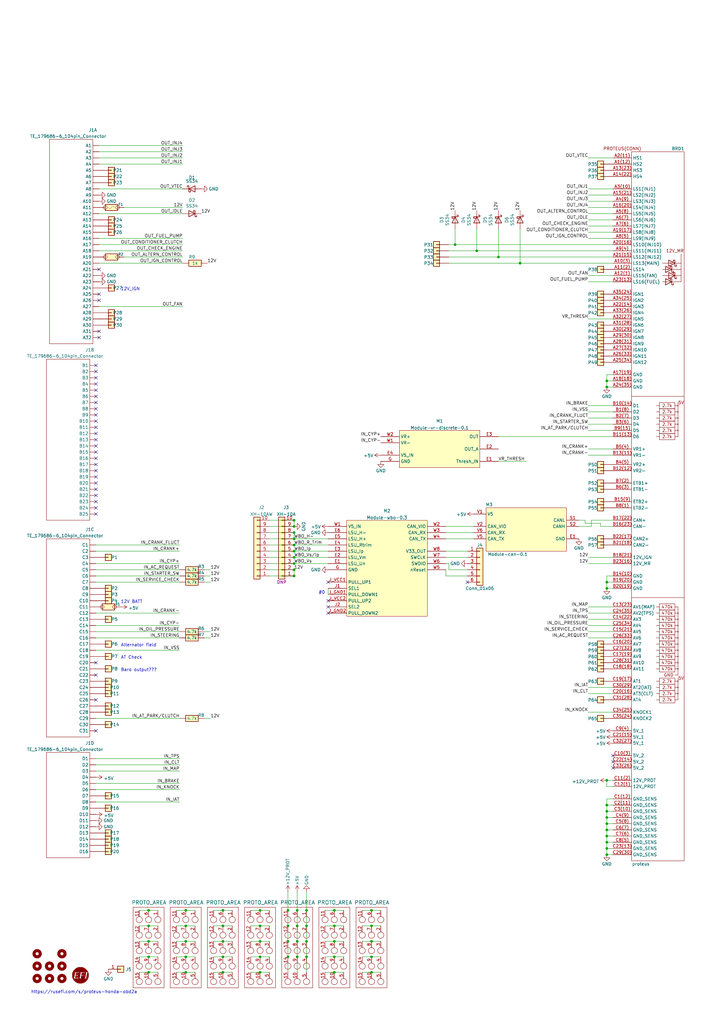
<source format=kicad_sch>
(kicad_sch (version 20210621) (generator eeschema)
  (paper "A3" portrait)
  (title_block (title "proteusOBD2Ahonda") (date "2021-10-01") (rev "a") (company "rusEFI"))
  (junction (at 60.96 373.38))
  (junction (at 60.96 379.73))
  (junction (at 60.96 386.08))
  (junction (at 60.96 392.43))
  (junction (at 60.96 398.78))
  (junction (at 76.2 373.38))
  (junction (at 76.2 379.73))
  (junction (at 76.2 386.08))
  (junction (at 76.2 392.43))
  (junction (at 76.2 398.78))
  (junction (at 91.44 373.38))
  (junction (at 91.44 379.73))
  (junction (at 91.44 386.08))
  (junction (at 91.44 392.43))
  (junction (at 91.44 398.78))
  (junction (at 106.68 373.38))
  (junction (at 106.68 379.73))
  (junction (at 106.68 386.08))
  (junction (at 106.68 392.43))
  (junction (at 106.68 398.78))
  (junction (at 118.11 373.38))
  (junction (at 118.11 379.73))
  (junction (at 118.11 386.08))
  (junction (at 118.11 392.43))
  (junction (at 120.65 213.36))
  (junction (at 120.65 215.9))
  (junction (at 120.65 218.44))
  (junction (at 120.65 220.98))
  (junction (at 120.65 223.52))
  (junction (at 120.65 226.06))
  (junction (at 120.65 228.6))
  (junction (at 120.65 231.14))
  (junction (at 120.65 233.68))
  (junction (at 120.65 236.22))
  (junction (at 121.92 373.38))
  (junction (at 121.92 379.73))
  (junction (at 121.92 386.08))
  (junction (at 121.92 392.43))
  (junction (at 125.73 373.38))
  (junction (at 125.73 379.73))
  (junction (at 125.73 386.08))
  (junction (at 125.73 392.43))
  (junction (at 137.16 373.38))
  (junction (at 137.16 379.73))
  (junction (at 137.16 386.08))
  (junction (at 137.16 392.43))
  (junction (at 137.16 398.78))
  (junction (at 152.4 373.38))
  (junction (at 152.4 379.73))
  (junction (at 152.4 386.08))
  (junction (at 152.4 392.43))
  (junction (at 152.4 398.78))
  (junction (at 186.69 100.33))
  (junction (at 195.58 102.87))
  (junction (at 204.47 105.41))
  (junction (at 213.36 107.95))
  (junction (at 248.92 156.21))
  (junction (at 248.92 158.75))
  (junction (at 248.92 238.76))
  (junction (at 248.92 241.3))
  (junction (at 248.92 320.04))
  (junction (at 248.92 330.2))
  (junction (at 248.92 332.74))
  (junction (at 248.92 335.28))
  (junction (at 248.92 337.82))
  (junction (at 248.92 340.36))
  (junction (at 248.92 342.9))
  (junction (at 248.92 345.44))
  (junction (at 248.92 347.98))
  (junction (at 248.92 350.52))
  (no_connect (at 39.37 149.86))
  (no_connect (at 39.37 152.4))
  (no_connect (at 39.37 154.94))
  (no_connect (at 39.37 157.48))
  (no_connect (at 39.37 160.02))
  (no_connect (at 39.37 162.56))
  (no_connect (at 39.37 165.1))
  (no_connect (at 39.37 167.64))
  (no_connect (at 39.37 170.18))
  (no_connect (at 39.37 172.72))
  (no_connect (at 39.37 175.26))
  (no_connect (at 39.37 177.8))
  (no_connect (at 39.37 180.34))
  (no_connect (at 39.37 182.88))
  (no_connect (at 39.37 185.42))
  (no_connect (at 39.37 187.96))
  (no_connect (at 39.37 190.5))
  (no_connect (at 39.37 193.04))
  (no_connect (at 39.37 195.58))
  (no_connect (at 39.37 198.12))
  (no_connect (at 39.37 200.66))
  (no_connect (at 39.37 203.2))
  (no_connect (at 39.37 205.74))
  (no_connect (at 39.37 208.28))
  (no_connect (at 39.37 210.82))
  (no_connect (at 39.37 271.78))
  (no_connect (at 39.37 276.86))
  (no_connect (at 39.37 287.02))
  (no_connect (at 39.37 299.72))
  (no_connect (at 40.64 110.49))
  (no_connect (at 40.64 120.65))
  (no_connect (at 40.64 123.19))
  (no_connect (at 40.64 135.89))
  (no_connect (at 40.64 138.43))
  (no_connect (at 134.62 238.76))
  (no_connect (at 134.62 246.38))
  (no_connect (at 134.62 248.92))
  (no_connect (at 134.62 251.46))
  (no_connect (at 191.77 238.76))
  (no_connect (at 251.46 309.88))
  (no_connect (at 251.46 312.42))
  (no_connect (at 251.46 314.96))
  (wire (pts (xy 39.37 223.52) (xy 73.66 223.52)))
  (wire (pts (xy 39.37 226.06) (xy 73.66 226.06)))
  (wire (pts (xy 39.37 231.14) (xy 73.66 231.14)))
  (wire (pts (xy 39.37 233.68) (xy 73.66 233.68)))
  (wire (pts (xy 39.37 236.22) (xy 73.66 236.22)))
  (wire (pts (xy 39.37 238.76) (xy 73.66 238.76)))
  (wire (pts (xy 39.37 251.46) (xy 73.66 251.46)))
  (wire (pts (xy 39.37 256.54) (xy 73.66 256.54)))
  (wire (pts (xy 39.37 259.08) (xy 73.66 259.08)))
  (wire (pts (xy 39.37 261.62) (xy 73.66 261.62)))
  (wire (pts (xy 39.37 266.7) (xy 73.66 266.7)))
  (wire (pts (xy 39.37 294.64) (xy 73.66 294.64)))
  (wire (pts (xy 39.37 311.15) (xy 73.66 311.15)))
  (wire (pts (xy 39.37 313.69) (xy 73.66 313.69)))
  (wire (pts (xy 39.37 316.23) (xy 73.66 316.23)))
  (wire (pts (xy 39.37 321.31) (xy 73.66 321.31)))
  (wire (pts (xy 39.37 323.85) (xy 73.66 323.85)))
  (wire (pts (xy 39.37 328.93) (xy 73.66 328.93)))
  (wire (pts (xy 40.64 59.69) (xy 74.93 59.69)))
  (wire (pts (xy 40.64 62.23) (xy 74.93 62.23)))
  (wire (pts (xy 40.64 64.77) (xy 74.93 64.77)))
  (wire (pts (xy 40.64 67.31) (xy 74.93 67.31)))
  (wire (pts (xy 40.64 77.47) (xy 74.93 77.47)))
  (wire (pts (xy 40.64 87.63) (xy 74.93 87.63)))
  (wire (pts (xy 40.64 97.79) (xy 74.93 97.79)))
  (wire (pts (xy 40.64 100.33) (xy 74.93 100.33)))
  (wire (pts (xy 40.64 102.87) (xy 74.93 102.87)))
  (wire (pts (xy 40.64 107.95) (xy 74.93 107.95)))
  (wire (pts (xy 40.64 125.73) (xy 74.93 125.73)))
  (wire (pts (xy 50.8 85.09) (xy 74.93 85.09)))
  (wire (pts (xy 50.8 105.41) (xy 74.93 105.41)))
  (wire (pts (xy 57.15 373.38) (xy 60.96 373.38)))
  (wire (pts (xy 57.15 379.73) (xy 60.96 379.73)))
  (wire (pts (xy 57.15 386.08) (xy 60.96 386.08)))
  (wire (pts (xy 57.15 392.43) (xy 60.96 392.43)))
  (wire (pts (xy 57.15 398.78) (xy 60.96 398.78)))
  (wire (pts (xy 60.96 373.38) (xy 64.77 373.38)))
  (wire (pts (xy 60.96 379.73) (xy 64.77 379.73)))
  (wire (pts (xy 60.96 386.08) (xy 64.77 386.08)))
  (wire (pts (xy 60.96 392.43) (xy 64.77 392.43)))
  (wire (pts (xy 60.96 398.78) (xy 64.77 398.78)))
  (wire (pts (xy 72.39 373.38) (xy 76.2 373.38)))
  (wire (pts (xy 72.39 379.73) (xy 76.2 379.73)))
  (wire (pts (xy 72.39 386.08) (xy 76.2 386.08)))
  (wire (pts (xy 72.39 392.43) (xy 76.2 392.43)))
  (wire (pts (xy 72.39 398.78) (xy 76.2 398.78)))
  (wire (pts (xy 76.2 373.38) (xy 80.01 373.38)))
  (wire (pts (xy 76.2 379.73) (xy 80.01 379.73)))
  (wire (pts (xy 76.2 386.08) (xy 80.01 386.08)))
  (wire (pts (xy 76.2 392.43) (xy 80.01 392.43)))
  (wire (pts (xy 76.2 398.78) (xy 80.01 398.78)))
  (wire (pts (xy 86.36 233.68) (xy 83.82 233.68)))
  (wire (pts (xy 86.36 236.22) (xy 83.82 236.22)))
  (wire (pts (xy 86.36 238.76) (xy 83.82 238.76)))
  (wire (pts (xy 86.36 259.08) (xy 83.82 259.08)))
  (wire (pts (xy 86.36 261.62) (xy 83.82 261.62)))
  (wire (pts (xy 86.36 294.64) (xy 83.82 294.64)))
  (wire (pts (xy 87.63 373.38) (xy 91.44 373.38)))
  (wire (pts (xy 87.63 379.73) (xy 91.44 379.73)))
  (wire (pts (xy 87.63 386.08) (xy 91.44 386.08)))
  (wire (pts (xy 87.63 392.43) (xy 91.44 392.43)))
  (wire (pts (xy 87.63 398.78) (xy 91.44 398.78)))
  (wire (pts (xy 91.44 373.38) (xy 95.25 373.38)))
  (wire (pts (xy 91.44 379.73) (xy 95.25 379.73)))
  (wire (pts (xy 91.44 386.08) (xy 95.25 386.08)))
  (wire (pts (xy 91.44 392.43) (xy 95.25 392.43)))
  (wire (pts (xy 91.44 398.78) (xy 95.25 398.78)))
  (wire (pts (xy 102.87 373.38) (xy 106.68 373.38)))
  (wire (pts (xy 102.87 379.73) (xy 106.68 379.73)))
  (wire (pts (xy 102.87 386.08) (xy 106.68 386.08)))
  (wire (pts (xy 102.87 392.43) (xy 106.68 392.43)))
  (wire (pts (xy 102.87 398.78) (xy 106.68 398.78)))
  (wire (pts (xy 106.68 373.38) (xy 110.49 373.38)))
  (wire (pts (xy 106.68 379.73) (xy 110.49 379.73)))
  (wire (pts (xy 106.68 386.08) (xy 110.49 386.08)))
  (wire (pts (xy 106.68 392.43) (xy 110.49 392.43)))
  (wire (pts (xy 106.68 398.78) (xy 110.49 398.78)))
  (wire (pts (xy 110.49 213.36) (xy 120.65 213.36)))
  (wire (pts (xy 110.49 215.9) (xy 120.65 215.9)))
  (wire (pts (xy 110.49 218.44) (xy 120.65 218.44)))
  (wire (pts (xy 110.49 220.98) (xy 120.65 220.98)))
  (wire (pts (xy 110.49 223.52) (xy 120.65 223.52)))
  (wire (pts (xy 110.49 226.06) (xy 120.65 226.06)))
  (wire (pts (xy 110.49 228.6) (xy 120.65 228.6)))
  (wire (pts (xy 110.49 231.14) (xy 120.65 231.14)))
  (wire (pts (xy 110.49 233.68) (xy 120.65 233.68)))
  (wire (pts (xy 110.49 236.22) (xy 120.65 236.22)))
  (wire (pts (xy 118.11 365.76) (xy 118.11 373.38)))
  (wire (pts (xy 118.11 373.38) (xy 118.11 379.73)))
  (wire (pts (xy 118.11 379.73) (xy 118.11 386.08)))
  (wire (pts (xy 118.11 386.08) (xy 118.11 392.43)))
  (wire (pts (xy 118.11 392.43) (xy 118.11 398.78)))
  (wire (pts (xy 120.65 213.36) (xy 120.65 215.9)))
  (wire (pts (xy 120.65 218.44) (xy 120.65 220.98)))
  (wire (pts (xy 120.65 220.98) (xy 134.62 220.98)))
  (wire (pts (xy 120.65 223.52) (xy 134.62 223.52)))
  (wire (pts (xy 120.65 226.06) (xy 134.62 226.06)))
  (wire (pts (xy 120.65 228.6) (xy 134.62 228.6)))
  (wire (pts (xy 120.65 231.14) (xy 134.62 231.14)))
  (wire (pts (xy 120.65 233.68) (xy 120.65 236.22)))
  (wire (pts (xy 121.92 365.76) (xy 121.92 373.38)))
  (wire (pts (xy 121.92 373.38) (xy 121.92 379.73)))
  (wire (pts (xy 121.92 379.73) (xy 121.92 386.08)))
  (wire (pts (xy 121.92 386.08) (xy 121.92 392.43)))
  (wire (pts (xy 121.92 392.43) (xy 121.92 398.78)))
  (wire (pts (xy 125.73 365.76) (xy 125.73 373.38)))
  (wire (pts (xy 125.73 373.38) (xy 125.73 379.73)))
  (wire (pts (xy 125.73 379.73) (xy 125.73 386.08)))
  (wire (pts (xy 125.73 386.08) (xy 125.73 392.43)))
  (wire (pts (xy 125.73 392.43) (xy 125.73 398.78)))
  (wire (pts (xy 133.35 373.38) (xy 137.16 373.38)))
  (wire (pts (xy 133.35 379.73) (xy 137.16 379.73)))
  (wire (pts (xy 133.35 386.08) (xy 137.16 386.08)))
  (wire (pts (xy 133.35 392.43) (xy 137.16 392.43)))
  (wire (pts (xy 133.35 398.78) (xy 137.16 398.78)))
  (wire (pts (xy 134.62 241.3) (xy 134.62 243.84)))
  (wire (pts (xy 137.16 373.38) (xy 140.97 373.38)))
  (wire (pts (xy 137.16 379.73) (xy 140.97 379.73)))
  (wire (pts (xy 137.16 386.08) (xy 140.97 386.08)))
  (wire (pts (xy 137.16 392.43) (xy 140.97 392.43)))
  (wire (pts (xy 137.16 398.78) (xy 140.97 398.78)))
  (wire (pts (xy 148.59 373.38) (xy 152.4 373.38)))
  (wire (pts (xy 148.59 379.73) (xy 152.4 379.73)))
  (wire (pts (xy 148.59 386.08) (xy 152.4 386.08)))
  (wire (pts (xy 148.59 392.43) (xy 152.4 392.43)))
  (wire (pts (xy 148.59 398.78) (xy 152.4 398.78)))
  (wire (pts (xy 152.4 373.38) (xy 156.21 373.38)))
  (wire (pts (xy 152.4 379.73) (xy 156.21 379.73)))
  (wire (pts (xy 152.4 386.08) (xy 156.21 386.08)))
  (wire (pts (xy 152.4 392.43) (xy 156.21 392.43)))
  (wire (pts (xy 152.4 398.78) (xy 156.21 398.78)))
  (wire (pts (xy 182.88 215.9) (xy 194.31 215.9)))
  (wire (pts (xy 182.88 218.44) (xy 194.31 218.44)))
  (wire (pts (xy 182.88 220.98) (xy 194.31 220.98)))
  (wire (pts (xy 182.88 226.06) (xy 191.77 226.06)))
  (wire (pts (xy 182.88 228.6) (xy 191.77 228.6)))
  (wire (pts (xy 182.88 231.14) (xy 184.15 231.14)))
  (wire (pts (xy 182.88 233.68) (xy 182.88 236.22)))
  (wire (pts (xy 182.88 236.22) (xy 191.77 236.22)))
  (wire (pts (xy 184.15 100.33) (xy 186.69 100.33)))
  (wire (pts (xy 184.15 102.87) (xy 195.58 102.87)))
  (wire (pts (xy 184.15 105.41) (xy 204.47 105.41)))
  (wire (pts (xy 184.15 107.95) (xy 213.36 107.95)))
  (wire (pts (xy 184.15 231.14) (xy 184.15 233.68)))
  (wire (pts (xy 184.15 233.68) (xy 191.77 233.68)))
  (wire (pts (xy 186.69 93.98) (xy 186.69 100.33)))
  (wire (pts (xy 186.69 100.33) (xy 251.46 100.33)))
  (wire (pts (xy 195.58 93.98) (xy 195.58 102.87)))
  (wire (pts (xy 195.58 102.87) (xy 251.46 102.87)))
  (wire (pts (xy 204.47 93.98) (xy 204.47 105.41)))
  (wire (pts (xy 204.47 105.41) (xy 251.46 105.41)))
  (wire (pts (xy 204.47 179.07) (xy 251.46 179.07)))
  (wire (pts (xy 204.47 189.23) (xy 215.9 189.23)))
  (wire (pts (xy 213.36 93.98) (xy 213.36 107.95)))
  (wire (pts (xy 213.36 107.95) (xy 251.46 107.95)))
  (wire (pts (xy 237.49 213.36) (xy 240.03 213.36)))
  (wire (pts (xy 237.49 215.9) (xy 242.57 215.9)))
  (wire (pts (xy 240.03 213.36) (xy 240.03 214.63)))
  (wire (pts (xy 240.03 214.63) (xy 246.38 214.63)))
  (wire (pts (xy 241.3 64.77) (xy 251.46 64.77)))
  (wire (pts (xy 241.3 77.47) (xy 251.46 77.47)))
  (wire (pts (xy 241.3 80.01) (xy 251.46 80.01)))
  (wire (pts (xy 241.3 82.55) (xy 251.46 82.55)))
  (wire (pts (xy 241.3 85.09) (xy 251.46 85.09)))
  (wire (pts (xy 241.3 87.63) (xy 251.46 87.63)))
  (wire (pts (xy 241.3 90.17) (xy 251.46 90.17)))
  (wire (pts (xy 241.3 92.71) (xy 251.46 92.71)))
  (wire (pts (xy 241.3 95.25) (xy 251.46 95.25)))
  (wire (pts (xy 241.3 97.79) (xy 251.46 97.79)))
  (wire (pts (xy 241.3 113.03) (xy 251.46 113.03)))
  (wire (pts (xy 241.3 115.57) (xy 251.46 115.57)))
  (wire (pts (xy 241.3 130.81) (xy 251.46 130.81)))
  (wire (pts (xy 241.3 166.37) (xy 251.46 166.37)))
  (wire (pts (xy 241.3 168.91) (xy 251.46 168.91)))
  (wire (pts (xy 241.3 171.45) (xy 251.46 171.45)))
  (wire (pts (xy 241.3 173.99) (xy 251.46 173.99)))
  (wire (pts (xy 241.3 176.53) (xy 251.46 176.53)))
  (wire (pts (xy 241.3 184.15) (xy 251.46 184.15)))
  (wire (pts (xy 241.3 186.69) (xy 251.46 186.69)))
  (wire (pts (xy 241.3 228.6) (xy 251.46 228.6)))
  (wire (pts (xy 241.3 231.14) (xy 251.46 231.14)))
  (wire (pts (xy 241.3 248.92) (xy 251.46 248.92)))
  (wire (pts (xy 241.3 251.46) (xy 251.46 251.46)))
  (wire (pts (xy 241.3 254) (xy 251.46 254)))
  (wire (pts (xy 241.3 256.54) (xy 251.46 256.54)))
  (wire (pts (xy 241.3 259.08) (xy 251.46 259.08)))
  (wire (pts (xy 241.3 261.62) (xy 251.46 261.62)))
  (wire (pts (xy 241.3 281.94) (xy 251.46 281.94)))
  (wire (pts (xy 241.3 284.48) (xy 251.46 284.48)))
  (wire (pts (xy 241.3 292.1) (xy 251.46 292.1)))
  (wire (pts (xy 242.57 213.36) (xy 251.46 213.36)))
  (wire (pts (xy 242.57 215.9) (xy 242.57 213.36)))
  (wire (pts (xy 246.38 214.63) (xy 246.38 215.9)))
  (wire (pts (xy 246.38 215.9) (xy 251.46 215.9)))
  (wire (pts (xy 248.92 153.67) (xy 248.92 156.21)))
  (wire (pts (xy 248.92 153.67) (xy 251.46 153.67)))
  (wire (pts (xy 248.92 156.21) (xy 248.92 158.75)))
  (wire (pts (xy 248.92 156.21) (xy 251.46 156.21)))
  (wire (pts (xy 248.92 158.75) (xy 251.46 158.75)))
  (wire (pts (xy 248.92 236.22) (xy 248.92 238.76)))
  (wire (pts (xy 248.92 236.22) (xy 251.46 236.22)))
  (wire (pts (xy 248.92 238.76) (xy 248.92 241.3)))
  (wire (pts (xy 248.92 238.76) (xy 251.46 238.76)))
  (wire (pts (xy 248.92 241.3) (xy 251.46 241.3)))
  (wire (pts (xy 248.92 320.04) (xy 248.92 322.58)))
  (wire (pts (xy 248.92 320.04) (xy 251.46 320.04)))
  (wire (pts (xy 248.92 322.58) (xy 251.46 322.58)))
  (wire (pts (xy 248.92 327.66) (xy 248.92 330.2)))
  (wire (pts (xy 248.92 327.66) (xy 251.46 327.66)))
  (wire (pts (xy 248.92 330.2) (xy 248.92 332.74)))
  (wire (pts (xy 248.92 330.2) (xy 251.46 330.2)))
  (wire (pts (xy 248.92 332.74) (xy 248.92 335.28)))
  (wire (pts (xy 248.92 332.74) (xy 251.46 332.74)))
  (wire (pts (xy 248.92 335.28) (xy 248.92 337.82)))
  (wire (pts (xy 248.92 335.28) (xy 251.46 335.28)))
  (wire (pts (xy 248.92 337.82) (xy 248.92 340.36)))
  (wire (pts (xy 248.92 337.82) (xy 251.46 337.82)))
  (wire (pts (xy 248.92 340.36) (xy 248.92 342.9)))
  (wire (pts (xy 248.92 340.36) (xy 251.46 340.36)))
  (wire (pts (xy 248.92 342.9) (xy 248.92 345.44)))
  (wire (pts (xy 248.92 342.9) (xy 251.46 342.9)))
  (wire (pts (xy 248.92 345.44) (xy 248.92 347.98)))
  (wire (pts (xy 248.92 345.44) (xy 251.46 345.44)))
  (wire (pts (xy 248.92 347.98) (xy 248.92 350.52)))
  (wire (pts (xy 248.92 347.98) (xy 251.46 347.98)))
  (wire (pts (xy 248.92 350.52) (xy 251.46 350.52)))
  (text "https://rusefi.com/s/proteus-honda-obd2a" (at 12.7 407.67 0) (effects (font (size 1.27 1.27)) (justify left bottom)))
  (text "12V_IGN" (at 49.53 119.38 0) (effects (font (size 1.27 1.27)) (justify left bottom)))
  (text "12V BATT" (at 49.53 247.65 0) (effects (font (size 1.27 1.27)) (justify left bottom)))
  (text "Alternator field" (at 49.53 265.43 0) (effects (font (size 1.27 1.27)) (justify left bottom)))
  (text "AT Check" (at 49.53 270.51 0) (effects (font (size 1.27 1.27)) (justify left bottom)))
  (text "Baro output???" (at 49.53 275.59 0) (effects (font (size 1.27 1.27)) (justify left bottom)))
  (text "#0" (at 133.35 243.84 180) (effects (font (size 1.27 1.27)) (justify right bottom)))
  (label "IN_CRANK_FLUCT" (at 73.66 223.52 180))
  (label "IN_CRANK+" (at 73.66 226.06 180))
  (label "IN_CYP+" (at 73.66 231.14 180))
  (label "IN_AC_REQUEST" (at 73.66 233.68 180))
  (label "IN_STARTER_SW" (at 73.66 236.22 180))
  (label "IN_SERVICE_CHECK" (at 73.66 238.76 180))
  (label "IN_CRANK-" (at 73.66 251.46 180))
  (label "IN_CYP-" (at 73.66 256.54 180))
  (label "IN_OIL_PRESSURE" (at 73.66 259.08 180))
  (label "IN_STEERING" (at 73.66 261.62 180))
  (label "IN_VSS" (at 73.66 266.7 180))
  (label "IN_AT_PARK{slash}CLUTCH" (at 73.66 294.64 180))
  (label "IN_TPS" (at 73.66 311.15 180))
  (label "IN_CLT" (at 73.66 313.69 180))
  (label "IN_MAP" (at 73.66 316.23 180))
  (label "IN_BRAKE" (at 73.66 321.31 180))
  (label "IN_KNOCK" (at 73.66 323.85 180))
  (label "IN_IAT" (at 73.66 328.93 180))
  (label "OUT_INJ4" (at 74.93 59.69 180))
  (label "OUT_INJ3" (at 74.93 62.23 180))
  (label "OUT_INJ2" (at 74.93 64.77 180))
  (label "OUT_INJ1" (at 74.93 67.31 180))
  (label "OUT_VTEC" (at 74.93 77.47 180))
  (label "12V" (at 74.93 85.09 180))
  (label "OUT_IDLE" (at 74.93 87.63 180))
  (label "OUT_FUEL_PUMP" (at 74.93 97.79 180))
  (label "OUT_CONDITIONER_CLUTCH" (at 74.93 100.33 180))
  (label "OUT_CHECK_ENGINE" (at 74.93 102.87 180))
  (label "OUT_ALTERN_CONTROL" (at 74.93 105.41 180))
  (label "OUT_IGN_CONTROL" (at 74.93 107.95 180))
  (label "OUT_FAN" (at 74.93 125.73 180))
  (label "12V" (at 82.55 87.63 0))
  (label "12V" (at 85.09 107.95 0))
  (label "12V" (at 86.36 233.68 0))
  (label "12V" (at 86.36 236.22 0))
  (label "12V" (at 86.36 238.76 0))
  (label "12V" (at 86.36 259.08 0))
  (label "12V" (at 86.36 261.62 0))
  (label "12V" (at 86.36 294.64 0))
  (label "WBO_H-" (at 120.65 220.98 0))
  (label "WBO_R_Trim" (at 120.65 223.52 0))
  (label "WBO_Ip" (at 120.65 226.06 0))
  (label "WBO_Vs{slash}Ip" (at 120.65 228.6 0))
  (label "WBO_Vs" (at 120.65 231.14 0))
  (label "12V" (at 120.65 233.68 0))
  (label "IN_CYP+" (at 156.21 179.07 180))
  (label "IN_CYP-" (at 156.21 181.61 180))
  (label "12V" (at 186.69 86.36 90))
  (label "12V" (at 195.58 86.36 90))
  (label "12V" (at 204.47 86.36 90))
  (label "VR_THRESH" (at 204.47 189.23 0))
  (label "12V" (at 213.36 86.36 90))
  (label "OUT_VTEC" (at 241.3 64.77 180))
  (label "OUT_INJ1" (at 241.3 77.47 180))
  (label "OUT_INJ2" (at 241.3 80.01 180))
  (label "OUT_INJ3" (at 241.3 82.55 180))
  (label "OUT_INJ4" (at 241.3 85.09 180))
  (label "OUT_ALTERN_CONTROL" (at 241.3 87.63 180))
  (label "OUT_IDLE" (at 241.3 90.17 180))
  (label "OUT_CHECK_ENGINE" (at 241.3 92.71 180))
  (label "OUT_CONDITIONER_CLUTCH" (at 241.3 95.25 180))
  (label "OUT_IGN_CONTROL" (at 241.3 97.79 180))
  (label "OUT_FAN" (at 241.3 113.03 180))
  (label "OUT_FUEL_PUMP" (at 241.3 115.57 180))
  (label "VR_THRESH" (at 241.3 130.81 180))
  (label "IN_BRAKE" (at 241.3 166.37 180))
  (label "IN_VSS" (at 241.3 168.91 180))
  (label "IN_CRANK_FLUCT" (at 241.3 171.45 180))
  (label "IN_STARTER_SW" (at 241.3 173.99 180))
  (label "IN_AT_PARK{slash}CLUTCH" (at 241.3 176.53 180))
  (label "IN_CRANK+" (at 241.3 184.15 180))
  (label "IN_CRANK-" (at 241.3 186.69 180))
  (label "12V" (at 241.3 228.6 180))
  (label "12V" (at 241.3 231.14 180))
  (label "IN_MAP" (at 241.3 248.92 180))
  (label "IN_TPS" (at 241.3 251.46 180))
  (label "IN_STEERING" (at 241.3 254 180))
  (label "IN_OIL_PRESSURE" (at 241.3 256.54 180))
  (label "IN_SERVICE_CHECK" (at 241.3 259.08 180))
  (label "IN_AC_REQUEST" (at 241.3 261.62 180))
  (label "IN_IAT" (at 241.3 281.94 180))
  (label "IN_CLT" (at 241.3 284.48 180))
  (label "IN_KNOCK" (at 241.3 292.1 180))
  (symbol (lib_id "power:+5V") (at 39.37 318.77 270) (unit 1)
    (property "Reference" "#PWR0113" (effects hide))
    (property "Value" "+5V" (at 42.5451 319.249 90) (effects (justify left)))
  )
  (symbol (lib_id "power:+5V") (at 39.37 334.01 270) (unit 1)
    (property "Reference" "#PWR0110" (effects hide))
    (property "Value" "+5V" (at 42.5451 334.489 90) (effects (justify left)))
  )
  (symbol (lib_id "power:+5V") (at 49.53 248.92 270) (unit 1)
    (property "Reference" "#PWR0104" (effects hide))
    (property "Value" "+5V" (at 52.7051 249.399 90) (effects (justify left)))
  )
  (symbol (lib_id "hellen-one-common:+12V_PROT") (at 118.11 365.76 0) (unit 1)
    (property "Reference" "#PWR01" (effects hide))
    (property "Value" "+12V_PROT" (at 118.0278 363.0907 90) (effects (justify left)))
  )
  (symbol (lib_id "power:+5V") (at 121.92 365.76 0) (unit 1)
    (property "Reference" "#PWR02" (effects hide))
    (property "Value" "+5V" (at 121.8932 359.0398 90) (effects (justify right)))
  )
  (symbol (lib_id "power:+5V") (at 134.62 215.9 90) (unit 1)
    (property "Reference" "#PWR0114" (effects hide))
    (property "Value" "+5V" (at 127.5311 216.069 90) (effects (justify right)))
  )
  (symbol (lib_id "power:+5V") (at 156.21 186.69 90) (unit 1)
    (property "Reference" "#PWR0119" (effects hide))
    (property "Value" "+5V" (at 149.1211 186.859 90) (effects (justify right)))
  )
  (symbol (lib_id "power:+5V") (at 194.31 210.82 90) (unit 1)
    (property "Reference" "#PWR0117" (effects hide))
    (property "Value" "+5V" (at 187.2211 210.989 90) (effects (justify right)))
  )
  (symbol (lib_id "hellen-one-common:+12V_PROT") (at 248.92 320.04 90) (unit 1)
    (property "Reference" "#PWR04" (effects hide))
    (property "Value" "+12V_PROT" (at 245.745 320.519 90) (effects (justify left)))
  )
  (symbol (lib_id "power:+5V") (at 251.46 299.72 90) (unit 1)
    (property "Reference" "#PWR0106" (effects hide))
    (property "Value" "+5V" (at 244.3711 299.889 90) (effects (justify right)))
  )
  (symbol (lib_id "power:+5V") (at 251.46 302.26 90) (unit 1)
    (property "Reference" "#PWR0107" (effects hide))
    (property "Value" "+5V" (at 244.3711 302.429 90) (effects (justify right)))
  )
  (symbol (lib_id "power:+5V") (at 251.46 304.8 90) (unit 1)
    (property "Reference" "#PWR0108" (effects hide))
    (property "Value" "+5V" (at 244.3711 304.969 90) (effects (justify right)))
  )
  (symbol (lib_id "power:GND") (at 39.37 336.55 90) (unit 1)
    (property "Reference" "#PWR0112" (effects hide))
    (property "Value" "GND" (at 44.45 336.55 90))
  )
  (symbol (lib_id "power:GND") (at 39.37 339.09 90) (unit 1)
    (property "Reference" "#PWR0111" (effects hide))
    (property "Value" "GND" (at 44.45 339.09 90))
  )
  (symbol (lib_id "power:GND") (at 40.64 80.01 90) (unit 1)
    (property "Reference" "#PWR0121" (effects hide))
    (property "Value" "GND" (at 45.72 80.01 90))
  )
  (symbol (lib_id "power:GND") (at 40.64 82.55 90) (unit 1)
    (property "Reference" "#PWR0122" (effects hide))
    (property "Value" "GND" (at 45.72 82.55 90))
  )
  (symbol (lib_id "power:GND") (at 40.64 113.03 90) (unit 1)
    (property "Reference" "#PWR0123" (effects hide))
    (property "Value" "GND" (at 45.72 113.03 90))
  )
  (symbol (lib_id "power:GND") (at 40.64 115.57 90) (unit 1)
    (property "Reference" "#PWR0124" (effects hide))
    (property "Value" "GND" (at 45.72 115.57 90))
  )
  (symbol (lib_id "power:GND") (at 44.45 397.51 0) (unit 1)
    (property "Reference" "#PWR05" (effects hide))
    (property "Value" "GND" (at 44.5008 401.4534 0))
  )
  (symbol (lib_id "power:GND") (at 82.55 77.47 90) (unit 1)
    (property "Reference" "#PWR?" (effects hide))
    (property "Value" "GND" (at 87.63 77.47 90))
  )
  (symbol (lib_id "power:GND") (at 120.65 215.9 90) (mirror x) (unit 1)
    (property "Reference" "#PWR0101" (effects hide))
    (property "Value" "GND" (at 124.5934 215.9508 0))
  )
  (symbol (lib_id "power:GND") (at 125.73 365.76 180) (unit 1)
    (property "Reference" "#PWR03" (effects hide))
    (property "Value" "GND" (at 125.8045 363.0057 90) (effects (justify right)))
  )
  (symbol (lib_id "power:GND") (at 134.62 218.44 270) (mirror x) (unit 1)
    (property "Reference" "#PWR0103" (effects hide))
    (property "Value" "GND" (at 129.54 218.44 90))
  )
  (symbol (lib_id "power:GND") (at 134.62 233.68 270) (mirror x) (unit 1)
    (property "Reference" "#PWR0102" (effects hide))
    (property "Value" "GND" (at 129.54 233.68 90))
  )
  (symbol (lib_id "power:GND") (at 156.21 189.23 0) (unit 1)
    (property "Reference" "#PWR0120" (effects hide))
    (property "Value" "GND" (at 156.21 193.04 0))
  )
  (symbol (lib_id "power:GND") (at 191.77 231.14 270) (mirror x) (unit 1)
    (property "Reference" "#PWR0118" (effects hide))
    (property "Value" "GND" (at 186.69 231.14 90))
  )
  (symbol (lib_id "power:GND") (at 237.49 220.98 0) (unit 1)
    (property "Reference" "#PWR0116" (effects hide))
    (property "Value" "GND" (at 237.49 224.79 0))
  )
  (symbol (lib_id "power:GND") (at 248.92 158.75 0) (unit 1)
    (property "Reference" "#PWR0115" (effects hide))
    (property "Value" "GND" (at 248.92 162.56 0))
  )
  (symbol (lib_id "power:GND") (at 248.92 241.3 0) (unit 1)
    (property "Reference" "#PWR0109" (effects hide))
    (property "Value" "GND" (at 248.92 245.11 0))
  )
  (symbol (lib_id "power:GND") (at 248.92 350.52 0) (unit 1)
    (property "Reference" "#PWR0105" (effects hide))
    (property "Value" "GND" (at 248.92 354.33 0))
  )
  (symbol (lib_id "Mechanical:MountingHole") (at 15.24 391.16 0) (unit 1)
    (property "Reference" "H1" (effects hide))
    (property "Value" "MountingHole" (effects hide))
    (property "Footprint" "MountingHole:MountingHole_4.3mm_M4" (effects hide))
  )
  (symbol (lib_id "Mechanical:MountingHole") (at 15.24 396.24 0) (unit 1)
    (property "Reference" "H2" (effects hide))
    (property "Value" "MountingHole" (effects hide))
    (property "Footprint" "MountingHole:MountingHole_4.3mm_M4" (effects hide))
  )
  (symbol (lib_id "Mechanical:MountingHole") (at 15.24 401.32 0) (unit 1)
    (property "Reference" "H3" (effects hide))
    (property "Value" "MountingHole" (effects hide))
    (property "Footprint" "MountingHole:MountingHole_4.3mm_M4" (effects hide))
  )
  (symbol (lib_id "Mechanical:MountingHole") (at 20.32 396.24 0) (unit 1)
    (property "Reference" "H4" (effects hide))
    (property "Value" "MountingHole" (effects hide))
    (property "Footprint" "MountingHole:MountingHole_4.3mm_M4" (effects hide))
  )
  (symbol (lib_id "Mechanical:MountingHole") (at 20.32 401.32 0) (unit 1)
    (property "Reference" "H5" (effects hide))
    (property "Value" "MountingHole" (effects hide))
    (property "Footprint" "MountingHole:MountingHole_4.3mm_M4" (effects hide))
  )
  (symbol (lib_id "Mechanical:MountingHole") (at 25.4 391.16 0) (unit 1)
    (property "Reference" "H6" (effects hide))
    (property "Value" "MountingHole" (effects hide))
    (property "Footprint" "MountingHole:MountingHole_4.3mm_M4" (effects hide))
  )
  (symbol (lib_id "Mechanical:MountingHole") (at 25.4 396.24 0) (unit 1)
    (property "Reference" "H7" (effects hide))
    (property "Value" "MountingHole" (effects hide))
    (property "Footprint" "MountingHole:MountingHole_4.3mm_M4" (effects hide))
  )
  (symbol (lib_id "Mechanical:MountingHole") (at 25.4 401.32 0) (unit 1)
    (property "Reference" "H8" (effects hide))
    (property "Value" "MountingHole" (effects hide))
    (property "Footprint" "MountingHole:MountingHole_4.3mm_M4" (effects hide))
  )
  (symbol (lib_id "hellen-one-common:Pad") (at 44.45 228.6 0) (unit 1)
    (property "Reference" "P1" (at 46.99 228.6 0))
    (property "Value" "Pad" (effects hide))
    (property "Footprint" "hellen-one-common:PAD-TH" (effects hide))
  )
  (symbol (lib_id "hellen-one-common:Pad") (at 44.45 241.3 0) (unit 1)
    (property "Reference" "P2" (at 46.99 241.3 0))
    (property "Value" "Pad" (effects hide))
    (property "Footprint" "hellen-one-common:PAD-TH" (effects hide))
  )
  (symbol (lib_id "hellen-one-common:Pad") (at 44.45 243.84 0) (unit 1)
    (property "Reference" "P3" (at 46.99 243.84 0))
    (property "Value" "Pad" (effects hide))
    (property "Footprint" "hellen-one-common:PAD-TH" (effects hide))
  )
  (symbol (lib_id "hellen-one-common:Pad") (at 44.45 246.38 0) (unit 1)
    (property "Reference" "P4" (at 46.99 246.38 0))
    (property "Value" "Pad" (effects hide))
    (property "Footprint" "hellen-one-common:PAD-TH" (effects hide))
  )
  (symbol (lib_id "hellen-one-common:Pad") (at 44.45 254 0) (unit 1)
    (property "Reference" "P5" (at 46.99 254 0))
    (property "Value" "Pad" (effects hide))
    (property "Footprint" "hellen-one-common:PAD-TH" (effects hide))
  )
  (symbol (lib_id "hellen-one-common:Pad") (at 44.45 264.16 0) (unit 1)
    (property "Reference" "P6" (at 46.99 264.16 0))
    (property "Value" "Pad" (effects hide))
    (property "Footprint" "hellen-one-common:PAD-TH" (effects hide))
  )
  (symbol (lib_id "hellen-one-common:Pad") (at 44.45 269.24 0) (unit 1)
    (property "Reference" "P7" (at 46.99 269.24 0))
    (property "Value" "Pad" (effects hide))
    (property "Footprint" "hellen-one-common:PAD-TH" (effects hide))
  )
  (symbol (lib_id "hellen-one-common:Pad") (at 44.45 274.32 0) (unit 1)
    (property "Reference" "P8" (at 46.99 274.32 0))
    (property "Value" "Pad" (effects hide))
    (property "Footprint" "hellen-one-common:PAD-TH" (effects hide))
  )
  (symbol (lib_id "hellen-one-common:Pad") (at 44.45 279.4 0) (unit 1)
    (property "Reference" "P9" (at 46.99 279.4 0))
    (property "Value" "Pad" (effects hide))
    (property "Footprint" "hellen-one-common:PAD-TH" (effects hide))
  )
  (symbol (lib_id "hellen-one-common:Pad") (at 44.45 281.94 0) (unit 1)
    (property "Reference" "P10" (at 46.99 281.94 0))
    (property "Value" "Pad" (effects hide))
    (property "Footprint" "hellen-one-common:PAD-TH" (effects hide))
  )
  (symbol (lib_id "hellen-one-common:Pad") (at 44.45 284.48 0) (unit 1)
    (property "Reference" "P11" (at 46.99 284.48 0))
    (property "Value" "Pad" (effects hide))
    (property "Footprint" "hellen-one-common:PAD-TH" (effects hide))
  )
  (symbol (lib_id "hellen-one-common:Pad") (at 44.45 289.56 0) (unit 1)
    (property "Reference" "P12" (at 46.99 289.56 0))
    (property "Value" "Pad" (effects hide))
    (property "Footprint" "hellen-one-common:PAD-TH" (effects hide))
  )
  (symbol (lib_id "hellen-one-common:Pad") (at 44.45 292.1 0) (unit 1)
    (property "Reference" "P13" (at 46.99 292.1 0))
    (property "Value" "Pad" (effects hide))
    (property "Footprint" "hellen-one-common:PAD-TH" (effects hide))
  )
  (symbol (lib_id "hellen-one-common:Pad") (at 44.45 297.18 0) (unit 1)
    (property "Reference" "P14" (at 46.99 297.18 0))
    (property "Value" "Pad" (effects hide))
    (property "Footprint" "hellen-one-common:PAD-TH" (effects hide))
  )
  (symbol (lib_id "hellen-one-common:Pad") (at 44.45 326.39 0) (unit 1)
    (property "Reference" "P15" (at 46.99 326.39 0))
    (property "Value" "Pad" (effects hide))
    (property "Footprint" "hellen-one-common:PAD-TH" (effects hide))
  )
  (symbol (lib_id "hellen-one-common:Pad") (at 44.45 331.47 0) (unit 1)
    (property "Reference" "P16" (at 46.99 331.47 0))
    (property "Value" "Pad" (effects hide))
    (property "Footprint" "hellen-one-common:PAD-TH" (effects hide))
  )
  (symbol (lib_id "hellen-one-common:Pad") (at 44.45 341.63 0) (unit 1)
    (property "Reference" "P17" (at 46.99 341.63 0))
    (property "Value" "Pad" (effects hide))
    (property "Footprint" "hellen-one-common:PAD-TH" (effects hide))
  )
  (symbol (lib_id "hellen-one-common:Pad") (at 44.45 344.17 0) (unit 1)
    (property "Reference" "P18" (at 46.99 344.17 0))
    (property "Value" "Pad" (effects hide))
    (property "Footprint" "hellen-one-common:PAD-TH" (effects hide))
  )
  (symbol (lib_id "hellen-one-common:Pad") (at 44.45 346.71 0) (unit 1)
    (property "Reference" "P19" (at 46.99 346.71 0))
    (property "Value" "Pad" (effects hide))
    (property "Footprint" "hellen-one-common:PAD-TH" (effects hide))
  )
  (symbol (lib_id "hellen-one-common:Pad") (at 44.45 349.25 0) (unit 1)
    (property "Reference" "P20" (at 46.99 349.25 0))
    (property "Value" "Pad" (effects hide))
    (property "Footprint" "hellen-one-common:PAD-TH" (effects hide))
  )
  (symbol (lib_id "hellen-one-common:Pad") (at 45.72 69.85 0) (unit 1)
    (property "Reference" "P21" (at 48.26 69.85 0))
    (property "Value" "Pad" (effects hide))
    (property "Footprint" "hellen-one-common:PAD-TH" (effects hide))
  )
  (symbol (lib_id "hellen-one-common:Pad") (at 45.72 72.39 0) (unit 1)
    (property "Reference" "P22" (at 48.26 72.39 0))
    (property "Value" "Pad" (effects hide))
    (property "Footprint" "hellen-one-common:PAD-TH" (effects hide))
  )
  (symbol (lib_id "hellen-one-common:Pad") (at 45.72 74.93 0) (unit 1)
    (property "Reference" "P23" (at 48.26 74.93 0))
    (property "Value" "Pad" (effects hide))
    (property "Footprint" "hellen-one-common:PAD-TH" (effects hide))
  )
  (symbol (lib_id "hellen-one-common:Pad") (at 45.72 90.17 0) (unit 1)
    (property "Reference" "P24" (at 48.26 90.17 0))
    (property "Value" "Pad" (effects hide))
    (property "Footprint" "hellen-one-common:PAD-TH" (effects hide))
  )
  (symbol (lib_id "hellen-one-common:Pad") (at 45.72 92.71 0) (unit 1)
    (property "Reference" "P25" (at 48.26 92.71 0))
    (property "Value" "Pad" (effects hide))
    (property "Footprint" "hellen-one-common:PAD-TH" (effects hide))
  )
  (symbol (lib_id "hellen-one-common:Pad") (at 45.72 95.25 0) (unit 1)
    (property "Reference" "P26" (at 48.26 95.25 0))
    (property "Value" "Pad" (effects hide))
    (property "Footprint" "hellen-one-common:PAD-TH" (effects hide))
  )
  (symbol (lib_id "hellen-one-common:Pad") (at 45.72 118.11 0) (unit 1)
    (property "Reference" "P27" (at 48.26 118.11 0))
    (property "Value" "Pad" (effects hide))
    (property "Footprint" "hellen-one-common:PAD-TH" (effects hide))
  )
  (symbol (lib_id "hellen-one-common:Pad") (at 45.72 128.27 0) (unit 1)
    (property "Reference" "P28" (at 48.26 128.27 0))
    (property "Value" "Pad" (effects hide))
    (property "Footprint" "hellen-one-common:PAD-TH" (effects hide))
  )
  (symbol (lib_id "hellen-one-common:Pad") (at 45.72 130.81 0) (unit 1)
    (property "Reference" "P29" (at 48.26 130.81 0))
    (property "Value" "Pad" (effects hide))
    (property "Footprint" "hellen-one-common:PAD-TH" (effects hide))
  )
  (symbol (lib_id "hellen-one-common:Pad") (at 45.72 133.35 0) (unit 1)
    (property "Reference" "P30" (at 48.26 133.35 0))
    (property "Value" "Pad" (effects hide))
    (property "Footprint" "hellen-one-common:PAD-TH" (effects hide))
  )
  (symbol (lib_id "Connector_Generic:Conn_01x01") (at 49.53 397.51 0) (unit 1)
    (property "Reference" "J5" (at 51.562 397.6116 0) (effects (justify left)))
    (property "Value" "Conn_01x01" (effects hide))
    (property "Footprint" "TestPoint:TestPoint_Pad_D2.0mm" (effects hide))
  )
  (symbol (lib_id "hellen-one-common:Pad") (at 179.07 100.33 180) (unit 1)
    (property "Reference" "P31" (at 175.8315 100.4084 0))
    (property "Value" "Pad" (effects hide))
    (property "Footprint" "hellen-one-common:PAD-TH" (effects hide))
  )
  (symbol (lib_id "hellen-one-common:Pad") (at 179.07 102.87 180) (unit 1)
    (property "Reference" "P32" (at 175.8315 102.9484 0))
    (property "Value" "Pad" (effects hide))
    (property "Footprint" "hellen-one-common:PAD-TH" (effects hide))
  )
  (symbol (lib_id "hellen-one-common:Pad") (at 179.07 105.41 180) (unit 1)
    (property "Reference" "P33" (at 175.8315 105.4884 0))
    (property "Value" "Pad" (effects hide))
    (property "Footprint" "hellen-one-common:PAD-TH" (effects hide))
  )
  (symbol (lib_id "hellen-one-common:Pad") (at 179.07 107.95 180) (unit 1)
    (property "Reference" "P34" (at 175.8315 108.0284 0))
    (property "Value" "Pad" (effects hide))
    (property "Footprint" "hellen-one-common:PAD-TH" (effects hide))
  )
  (symbol (lib_id "hellen-one-common:Pad") (at 246.38 67.31 180) (unit 1)
    (property "Reference" "P35" (at 243.1415 67.3884 0))
    (property "Value" "Pad" (effects hide))
    (property "Footprint" "hellen-one-common:PAD-TH" (effects hide))
  )
  (symbol (lib_id "hellen-one-common:Pad") (at 246.38 69.85 180) (unit 1)
    (property "Reference" "P36" (at 243.1415 69.9284 0))
    (property "Value" "Pad" (effects hide))
    (property "Footprint" "hellen-one-common:PAD-TH" (effects hide))
  )
  (symbol (lib_id "hellen-one-common:Pad") (at 246.38 72.39 180) (unit 1)
    (property "Reference" "P37" (at 243.1415 72.4684 0))
    (property "Value" "Pad" (effects hide))
    (property "Footprint" "hellen-one-common:PAD-TH" (effects hide))
  )
  (symbol (lib_id "hellen-one-common:Pad") (at 246.38 110.49 180) (unit 1)
    (property "Reference" "P38" (at 243.1415 110.5684 0))
    (property "Value" "Pad" (effects hide))
    (property "Footprint" "hellen-one-common:PAD-TH" (effects hide))
  )
  (symbol (lib_id "hellen-one-common:Pad") (at 246.38 120.65 180) (unit 1)
    (property "Reference" "P39" (at 243.1415 120.7284 0))
    (property "Value" "Pad" (effects hide))
    (property "Footprint" "hellen-one-common:PAD-TH" (effects hide))
  )
  (symbol (lib_id "hellen-one-common:Pad") (at 246.38 123.19 180) (unit 1)
    (property "Reference" "P40" (at 243.1415 123.2684 0))
    (property "Value" "Pad" (effects hide))
    (property "Footprint" "hellen-one-common:PAD-TH" (effects hide))
  )
  (symbol (lib_id "hellen-one-common:Pad") (at 246.38 125.73 180) (unit 1)
    (property "Reference" "P41" (at 243.1415 125.8084 0))
    (property "Value" "Pad" (effects hide))
    (property "Footprint" "hellen-one-common:PAD-TH" (effects hide))
  )
  (symbol (lib_id "hellen-one-common:Pad") (at 246.38 128.27 180) (unit 1)
    (property "Reference" "P42" (at 243.1415 128.3484 0))
    (property "Value" "Pad" (effects hide))
    (property "Footprint" "hellen-one-common:PAD-TH" (effects hide))
  )
  (symbol (lib_id "hellen-one-common:Pad") (at 246.38 133.35 180) (unit 1)
    (property "Reference" "P43" (at 243.1415 133.4284 0))
    (property "Value" "Pad" (effects hide))
    (property "Footprint" "hellen-one-common:PAD-TH" (effects hide))
  )
  (symbol (lib_id "hellen-one-common:Pad") (at 246.38 135.89 180) (unit 1)
    (property "Reference" "P44" (at 243.1415 135.9684 0))
    (property "Value" "Pad" (effects hide))
    (property "Footprint" "hellen-one-common:PAD-TH" (effects hide))
  )
  (symbol (lib_id "hellen-one-common:Pad") (at 246.38 138.43 180) (unit 1)
    (property "Reference" "P45" (at 243.1415 138.5084 0))
    (property "Value" "Pad" (effects hide))
    (property "Footprint" "hellen-one-common:PAD-TH" (effects hide))
  )
  (symbol (lib_id "hellen-one-common:Pad") (at 246.38 140.97 180) (unit 1)
    (property "Reference" "P46" (at 243.1415 141.0484 0))
    (property "Value" "Pad" (effects hide))
    (property "Footprint" "hellen-one-common:PAD-TH" (effects hide))
  )
  (symbol (lib_id "hellen-one-common:Pad") (at 246.38 143.51 180) (unit 1)
    (property "Reference" "P47" (at 243.1415 143.5884 0))
    (property "Value" "Pad" (effects hide))
    (property "Footprint" "hellen-one-common:PAD-TH" (effects hide))
  )
  (symbol (lib_id "hellen-one-common:Pad") (at 246.38 146.05 180) (unit 1)
    (property "Reference" "P48" (at 243.1415 146.1284 0))
    (property "Value" "Pad" (effects hide))
    (property "Footprint" "hellen-one-common:PAD-TH" (effects hide))
  )
  (symbol (lib_id "hellen-one-common:Pad") (at 246.38 148.59 180) (unit 1)
    (property "Reference" "P49" (at 243.1415 148.6684 0))
    (property "Value" "Pad" (effects hide))
    (property "Footprint" "hellen-one-common:PAD-TH" (effects hide))
  )
  (symbol (lib_id "hellen-one-common:Pad") (at 246.38 190.5 180) (unit 1)
    (property "Reference" "P50" (at 243.1415 190.5784 0))
    (property "Value" "Pad" (effects hide))
    (property "Footprint" "hellen-one-common:PAD-TH" (effects hide))
  )
  (symbol (lib_id "hellen-one-common:Pad") (at 246.38 193.04 180) (unit 1)
    (property "Reference" "P51" (at 243.1415 193.1184 0))
    (property "Value" "Pad" (effects hide))
    (property "Footprint" "hellen-one-common:PAD-TH" (effects hide))
  )
  (symbol (lib_id "hellen-one-common:Pad") (at 246.38 198.12 180) (unit 1)
    (property "Reference" "P52" (at 243.1415 198.1984 0))
    (property "Value" "Pad" (effects hide))
    (property "Footprint" "hellen-one-common:PAD-TH" (effects hide))
  )
  (symbol (lib_id "hellen-one-common:Pad") (at 246.38 200.66 180) (unit 1)
    (property "Reference" "P53" (at 243.1415 200.7384 0))
    (property "Value" "Pad" (effects hide))
    (property "Footprint" "hellen-one-common:PAD-TH" (effects hide))
  )
  (symbol (lib_id "hellen-one-common:Pad") (at 246.38 205.74 180) (unit 1)
    (property "Reference" "P54" (at 243.1415 205.8184 0))
    (property "Value" "Pad" (effects hide))
    (property "Footprint" "hellen-one-common:PAD-TH" (effects hide))
  )
  (symbol (lib_id "hellen-one-common:Pad") (at 246.38 208.28 180) (unit 1)
    (property "Reference" "P55" (at 243.1415 208.3584 0))
    (property "Value" "Pad" (effects hide))
    (property "Footprint" "hellen-one-common:PAD-TH" (effects hide))
  )
  (symbol (lib_id "hellen-one-common:Pad") (at 246.38 220.98 180) (unit 1)
    (property "Reference" "P56" (at 243.1415 221.0584 0))
    (property "Value" "Pad" (effects hide))
    (property "Footprint" "hellen-one-common:PAD-TH" (effects hide))
  )
  (symbol (lib_id "hellen-one-common:Pad") (at 246.38 223.52 180) (unit 1)
    (property "Reference" "P57" (at 243.1415 223.5984 0))
    (property "Value" "Pad" (effects hide))
    (property "Footprint" "hellen-one-common:PAD-TH" (effects hide))
  )
  (symbol (lib_id "hellen-one-common:Pad") (at 246.38 264.16 180) (unit 1)
    (property "Reference" "P58" (at 243.1415 264.2384 0))
    (property "Value" "Pad" (effects hide))
    (property "Footprint" "hellen-one-common:PAD-TH" (effects hide))
  )
  (symbol (lib_id "hellen-one-common:Pad") (at 246.38 266.7 180) (unit 1)
    (property "Reference" "P59" (at 243.1415 266.7784 0))
    (property "Value" "Pad" (effects hide))
    (property "Footprint" "hellen-one-common:PAD-TH" (effects hide))
  )
  (symbol (lib_id "hellen-one-common:Pad") (at 246.38 269.24 180) (unit 1)
    (property "Reference" "P60" (at 243.1415 269.3184 0))
    (property "Value" "Pad" (effects hide))
    (property "Footprint" "hellen-one-common:PAD-TH" (effects hide))
  )
  (symbol (lib_id "hellen-one-common:Pad") (at 246.38 271.78 180) (unit 1)
    (property "Reference" "P61" (at 243.1415 271.8584 0))
    (property "Value" "Pad" (effects hide))
    (property "Footprint" "hellen-one-common:PAD-TH" (effects hide))
  )
  (symbol (lib_id "hellen-one-common:Pad") (at 246.38 274.32 180) (unit 1)
    (property "Reference" "P62" (at 243.1415 274.3984 0))
    (property "Value" "Pad" (effects hide))
    (property "Footprint" "hellen-one-common:PAD-TH" (effects hide))
  )
  (symbol (lib_id "hellen-one-common:Pad") (at 246.38 279.4 180) (unit 1)
    (property "Reference" "P63" (at 243.1415 279.4784 0))
    (property "Value" "Pad" (effects hide))
    (property "Footprint" "hellen-one-common:PAD-TH" (effects hide))
  )
  (symbol (lib_id "hellen-one-common:Pad") (at 246.38 287.02 180) (unit 1)
    (property "Reference" "P64" (at 243.1415 287.0984 0))
    (property "Value" "Pad" (effects hide))
    (property "Footprint" "hellen-one-common:PAD-TH" (effects hide))
  )
  (symbol (lib_id "hellen-one-common:Pad") (at 246.38 294.64 180) (unit 1)
    (property "Reference" "P65" (at 243.1415 294.7184 0))
    (property "Value" "Pad" (effects hide))
    (property "Footprint" "hellen-one-common:PAD-TH" (effects hide))
  )
  (symbol (lib_id "Device:D_Schottky") (at 78.74 77.47 0) (unit 1)
    (property "Reference" "D1" (at 78.74 72.7964 0))
    (property "Value" "SS34" (at 78.74 74.295 0))
    (property "Footprint" "Diode_SMD:D_SMA" (effects hide))
    (property "LCSC" "C8678" (effects hide))
    (property "LCSC_ext" "0" (effects hide))
  )
  (symbol (lib_id "Device:D_Schottky") (at 78.74 87.63 180) (unit 1)
    (property "Reference" "D2" (at 78.74 82.1436 0))
    (property "Value" "SS34" (at 78.74 84.455 0))
    (property "Footprint" "Diode_SMD:D_SMA" (effects hide))
    (property "LCSC" "C8678" (effects hide))
    (property "LCSC_ext" "0" (effects hide))
  )
  (symbol (lib_id "Device:D_Schottky") (at 186.69 90.17 270) (unit 1)
    (property "Reference" "D3" (at 181.2036 90.17 0))
    (property "Value" "SS34" (at 183.515 90.17 0))
    (property "Footprint" "Diode_SMD:D_SMA" (effects hide))
    (property "LCSC" "C8678" (effects hide))
    (property "LCSC_ext" "0" (effects hide))
  )
  (symbol (lib_id "Device:D_Schottky") (at 195.58 90.17 270) (unit 1)
    (property "Reference" "D4" (at 190.0936 90.17 0))
    (property "Value" "SS34" (at 192.405 90.17 0))
    (property "Footprint" "Diode_SMD:D_SMA" (effects hide))
    (property "LCSC" "C8678" (effects hide))
    (property "LCSC_ext" "0" (effects hide))
  )
  (symbol (lib_id "Device:D_Schottky") (at 204.47 90.17 270) (unit 1)
    (property "Reference" "D5" (at 198.9836 90.17 0))
    (property "Value" "SS34" (at 201.295 90.17 0))
    (property "Footprint" "Diode_SMD:D_SMA" (effects hide))
    (property "LCSC" "C8678" (effects hide))
    (property "LCSC_ext" "0" (effects hide))
  )
  (symbol (lib_id "Device:D_Schottky") (at 213.36 90.17 270) (unit 1)
    (property "Reference" "D6" (at 207.8736 90.17 0))
    (property "Value" "SS34" (at 210.185 90.17 0))
    (property "Footprint" "Diode_SMD:D_SMA" (effects hide))
    (property "LCSC" "C8678" (effects hide))
    (property "LCSC_ext" "0" (effects hide))
  )
  (symbol (lib_id "hellen-one-common:Jumper-Pad-Pad") (at 44.45 248.92 0) (unit 1)
    (property "Reference" "R1" (at 48.26 247.7889 0) (effects (font (size 1.016 1.016))))
    (property "Value" "Jumper-Pad-Pad" (effects hide))
    (property "Footprint" "hellen-one-common:PAD-0805-PAD" (effects hide))
    (property "LCSC" "C17477" (effects hide))
  )
  (symbol (lib_id "hellen-one-common:Fuse-Pad-Pad") (at 45.72 85.09 0) (unit 1)
    (property "Reference" "F1" (at 49.53 83.82 0) (effects (font (size 1.016 1.016))))
    (property "Value" "Fuse-Pad-Pad" (effects hide))
    (property "Footprint" "hellen-one-common:PAD-1206-PAD" (effects hide))
    (property "LCSC" "C182446" (effects hide))
  )
  (symbol (lib_id "hellen-one-common:Jumper-Pad-Pad") (at 45.72 105.41 0) (unit 1)
    (property "Reference" "R2" (at 49.53 104.2789 0) (effects (font (size 1.016 1.016))))
    (property "Value" "Jumper-Pad-Pad" (effects hide))
    (property "Footprint" "hellen-one-common:PAD-0805-PAD" (effects hide))
    (property "LCSC" "C17477" (effects hide))
  )
  (symbol (lib_id "hellen-one-common:Res") (at 73.66 233.68 0) (mirror x) (unit 1)
    (property "Reference" "R3" (at 82.55 232.41 0))
    (property "Value" "4.7k" (at 78.74 233.68 0))
    (property "Footprint" "hellen-one-common:R0603" (effects hide))
    (property "LCSC" "C23162" (effects hide))
  )
  (symbol (lib_id "hellen-one-common:Res") (at 73.66 236.22 0) (mirror x) (unit 1)
    (property "Reference" "R4" (at 82.55 234.95 0))
    (property "Value" "4.7k" (at 78.74 236.22 0))
    (property "Footprint" "hellen-one-common:R0603" (effects hide))
    (property "LCSC" "C23162" (effects hide))
  )
  (symbol (lib_id "hellen-one-common:Res") (at 73.66 238.76 0) (mirror x) (unit 1)
    (property "Reference" "R5" (at 82.55 237.49 0))
    (property "Value" "4.7k" (at 78.74 238.76 0))
    (property "Footprint" "hellen-one-common:R0603" (effects hide))
    (property "LCSC" "C23162" (effects hide))
  )
  (symbol (lib_id "hellen-one-common:Res") (at 73.66 259.08 0) (mirror x) (unit 1)
    (property "Reference" "R6" (at 82.55 257.81 0))
    (property "Value" "4.7k" (at 78.74 259.08 0))
    (property "Footprint" "hellen-one-common:R0603" (effects hide))
    (property "LCSC" "C23162" (effects hide))
  )
  (symbol (lib_id "hellen-one-common:Res") (at 73.66 261.62 0) (mirror x) (unit 1)
    (property "Reference" "R7" (at 82.55 260.35 0))
    (property "Value" "4.7k" (at 78.74 261.62 0))
    (property "Footprint" "hellen-one-common:R0603" (effects hide))
    (property "LCSC" "C23162" (effects hide))
  )
  (symbol (lib_id "hellen-one-common:Res") (at 73.66 294.64 0) (mirror x) (unit 1)
    (property "Reference" "R8" (at 82.55 293.37 0))
    (property "Value" "4.7k" (at 78.74 294.64 0))
    (property "Footprint" "hellen-one-common:R0603" (effects hide))
    (property "LCSC" "C23162" (effects hide))
  )
  (symbol (lib_id "hellen-one-common:Res") (at 74.93 107.95 0) (mirror x) (unit 1)
    (property "Reference" "R9" (at 78.74 105.41 0))
    (property "Value" "1k" (at 80.01 107.95 0))
    (property "Footprint" "hellen-one-common:R1206" (effects hide))
    (property "LCSC" "C4410" (effects hide))
  )
  (symbol (lib_id "rusefi_logo:RUSEFI_LOGO") (at 33.02 400.05 0) (unit 1)
    (property "Reference" "G1" (effects hide))
    (property "Value" "RUSEFI_LOGO" (effects hide))
    (property "Footprint" "kicad6-libraries:rusefi_logo" (effects hide))
  )
  (symbol (lib_id "Connector_Generic:Conn_01x06") (at 196.85 231.14 0) (unit 1)
    (property "Reference" "J4" (at 196.85 223.52 0))
    (property "Value" "Conn_01x06" (at 196.85 241.3 0))
    (property "Footprint" "Connector_PinHeader_2.54mm:PinHeader_1x06_P2.54mm_Vertical" (effects hide))
  )
  (symbol (lib_id "Connector_Generic:Conn_01x10") (at 105.41 226.06 180) (unit 1)
    (property "Reference" "J2" (at 107.2515 208.1234 0))
    (property "Value" "XH-10AW" (at 107.2515 210.8985 0))
    (property "Footprint" "Connector_JST:JST_XH_S10B-XH-A_1x10_P2.50mm_Horizontal" (effects hide))
    (property "LCSC" "C14652" (effects hide))
  )
  (symbol (lib_id "Connector_Generic:Conn_01x10") (at 115.57 226.06 180) (unit 1) (in_bom no) (on_board no)
    (property "Reference" "J3" (at 117.4115 208.1234 0))
    (property "Value" "XH-10A" (at 117.4115 210.8985 0))
    (property "Footprint" "Connector_JST:JST_XH_B10B-XH-A_1x10_P2.50mm_Vertical" (effects hide))
    (property "LCSC" "C8885" (effects hide))
    (property "MyComment" "DNP" (at 115.57 238.76 0))
  )
  (symbol (lib_id "hellen-one-common:PROTO_AREA") (at 64.77 372.11 270) (unit 1)
    (property "Reference" "G2" (effects hide))
    (property "Value" "PROTO_AREA" (at 53.9655 370.1463 90) (effects (font (size 1.524 1.524)) (justify left)))
    (property "Footprint" "hellen-one-common:PROTO_AREA" (effects hide))
  )
  (symbol (lib_id "hellen-one-common:PROTO_AREA") (at 80.01 372.11 270) (unit 1)
    (property "Reference" "G3" (effects hide))
    (property "Value" "PROTO_AREA" (at 69.2055 370.1463 90) (effects (font (size 1.524 1.524)) (justify left)))
    (property "Footprint" "hellen-one-common:PROTO_AREA" (effects hide))
  )
  (symbol (lib_id "hellen-one-common:PROTO_AREA") (at 95.25 372.11 270) (unit 1)
    (property "Reference" "G4" (effects hide))
    (property "Value" "PROTO_AREA" (at 84.4455 370.1463 90) (effects (font (size 1.524 1.524)) (justify left)))
    (property "Footprint" "hellen-one-common:PROTO_AREA" (effects hide))
  )
  (symbol (lib_id "hellen-one-common:PROTO_AREA") (at 110.49 372.11 270) (unit 1)
    (property "Reference" "G5" (effects hide))
    (property "Value" "PROTO_AREA" (at 99.6855 370.1463 90) (effects (font (size 1.524 1.524)) (justify left)))
    (property "Footprint" "hellen-one-common:PROTO_AREA" (effects hide))
  )
  (symbol (lib_id "hellen-one-common:PROTO_AREA") (at 125.73 372.11 270) (unit 1)
    (property "Reference" "G6" (effects hide))
    (property "Value" "PROTO_AREA" (at 114.9255 370.1463 90) (effects (font (size 1.524 1.524)) (justify left)))
    (property "Footprint" "hellen-one-common:PROTO_AREA" (effects hide))
  )
  (symbol (lib_id "hellen-one-common:PROTO_AREA") (at 140.97 372.11 270) (unit 1)
    (property "Reference" "G7" (effects hide))
    (property "Value" "PROTO_AREA" (at 130.1655 370.1463 90) (effects (font (size 1.524 1.524)) (justify left)))
    (property "Footprint" "hellen-one-common:PROTO_AREA" (effects hide))
  )
  (symbol (lib_id "hellen-one-common:PROTO_AREA") (at 156.21 372.11 270) (unit 1)
    (property "Reference" "G8" (effects hide))
    (property "Value" "PROTO_AREA" (at 145.4055 370.1463 90) (effects (font (size 1.524 1.524)) (justify left)))
    (property "Footprint" "hellen-one-common:PROTO_AREA" (effects hide))
  )
  (symbol (lib_id "hellen-one-vr-discrete-0.1:Module-vr-discrete-0.1") (at 163.83 176.53 0) (unit 1)
    (property "Reference" "M1" (at 180.34 172.6904 0))
    (property "Value" "Module-vr-discrete-0.1" (at 180.34 175.4655 0))
    (property "Footprint" "hellen-one-vr-discrete-0.1:vr-discrete" (effects hide))
  )
  (symbol (lib_id "hellen-one-can-0.1:Module-can-0.1") (at 199.39 208.28 0) (unit 1)
    (property "Reference" "M3" (at 200.66 207.01 0))
    (property "Value" "Module-can-0.1" (at 208.28 227.33 0))
    (property "Footprint" "hellen-one-can-0.1:can" (effects hide))
  )
  (symbol (lib_id "TE_179686-6_104pin_Connector:TE_179686-6_104pin_Connector") (at 36.83 308.61 0) (mirror y) (unit 4)
    (property "Reference" "J1" (at 36.83 304.8 0))
    (property "Value" "TE_179686-6_104pin_Connector" (at 26.67 307.34 0))
    (property "Footprint" "kicad6-libraries:TE_179686-6_104pin_Connector" (effects hide))
  )
  (symbol (lib_id "TE_179686-6_104pin_Connector:TE_179686-6_104pin_Connector") (at 36.83 147.32 0) (mirror y) (unit 2)
    (property "Reference" "J1" (at 36.83 143.51 0))
    (property "Value" "TE_179686-6_104pin_Connector" (at 26.67 146.05 0))
    (property "Footprint" "kicad6-libraries:TE_179686-6_104pin_Connector" (effects hide))
  )
  (symbol (lib_id "TE_179686-6_104pin_Connector:TE_179686-6_104pin_Connector") (at 36.83 220.98 0) (mirror y) (unit 3)
    (property "Reference" "J1" (at 36.83 217.17 0))
    (property "Value" "TE_179686-6_104pin_Connector" (at 26.67 219.71 0))
    (property "Footprint" "kicad6-libraries:TE_179686-6_104pin_Connector" (effects hide))
  )
  (symbol (lib_id "TE_179686-6_104pin_Connector:TE_179686-6_104pin_Connector") (at 38.1 57.15 0) (mirror y) (unit 1)
    (property "Reference" "J1" (at 38.1 53.34 0))
    (property "Value" "TE_179686-6_104pin_Connector" (at 27.94 55.88 0))
    (property "Footprint" "kicad6-libraries:TE_179686-6_104pin_Connector" (effects hide))
  )
  (symbol (lib_id "hellen-one-wbo-0.3:Module-wbo-0.3") (at 175.26 213.36 0) (mirror y) (unit 1)
    (property "Reference" "M2" (at 158.75 209.5204 0))
    (property "Value" "Module-wbo-0.3" (at 158.75 212.2955 0))
    (property "Footprint" "hellen-one-wbo-0.3:wbo" (effects hide))
  )
  (symbol (lib_id "proteus:proteus") (at 259.08 62.23 0) (unit 1)
    (property "Reference" "BRD1" (at 278.13 60.96 0))
    (property "Value" "proteus" (at 262.89 354.33 0))
    (property "Footprint" "kicad6-libraries:proteus" (effects hide))
  )
)
</source>
